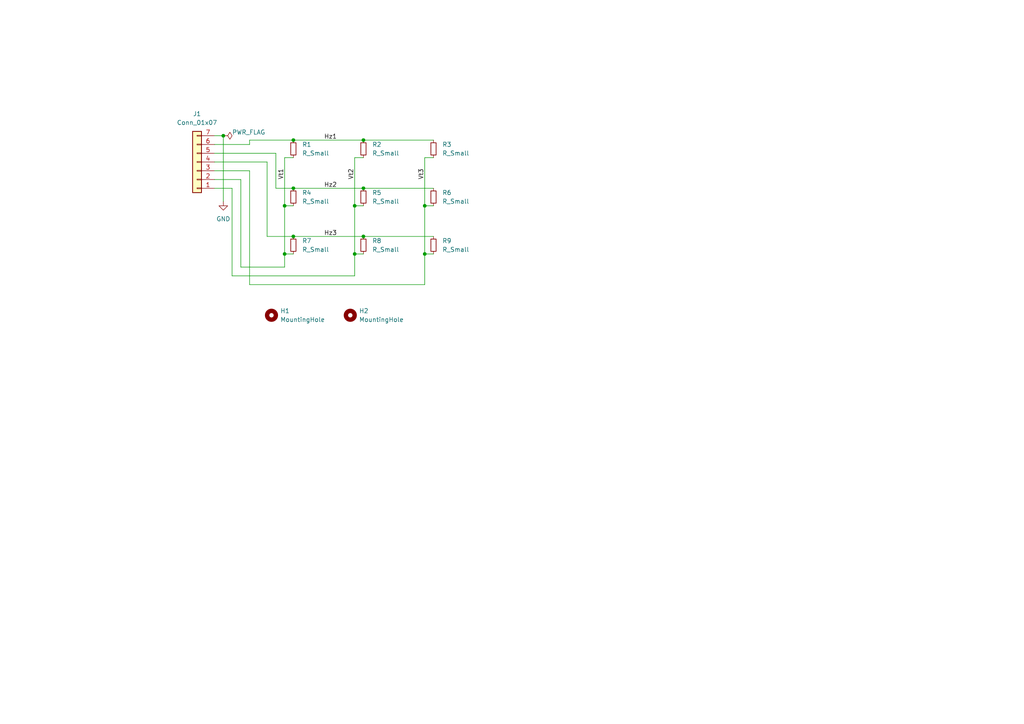
<source format=kicad_sch>
(kicad_sch (version 20231120) (generator "eeschema") (generator_version "8.0")
  (paper "A4")
  (lib_symbols
    (symbol "Connector_Generic:Conn_01x07" (pin_names (offset 1.016) hide)
      (property "Reference" "J" (at 0 10.16 0))
      (property "Value" "Conn_01x07" (at 0 -10.16 0))
      (symbol "Conn_01x07_1_1"
        (rectangle (start -1.27 -7.493) (end 0 -7.747) (stroke (width 0.1524)))
        (rectangle (start -1.27 -4.953) (end 0 -5.207) (stroke (width 0.1524)))
        (rectangle (start -1.27 -2.413) (end 0 -2.667) (stroke (width 0.1524)))
        (rectangle (start -1.27 0.127) (end 0 -0.127) (stroke (width 0.1524)))
        (rectangle (start -1.27 2.667) (end 0 2.413) (stroke (width 0.1524)))
        (rectangle (start -1.27 5.207) (end 0 4.953) (stroke (width 0.1524)))
        (rectangle (start -1.27 7.747) (end 0 7.493) (stroke (width 0.1524)))
        (rectangle (start -1.27 8.89) (end 1.27 -8.89) (stroke (width 0.254)) (fill (type background)))
        (pin passive line (at -5.08 7.62 0) (length 3.81) (name "Pin_1") (number "1"))
        (pin passive line (at -5.08 5.08 0) (length 3.81) (name "Pin_2") (number "2"))
        (pin passive line (at -5.08 2.54 0) (length 3.81) (name "Pin_3") (number "3"))
        (pin passive line (at -5.08 0 0) (length 3.81) (name "Pin_4") (number "4"))
        (pin passive line (at -5.08 -2.54 0) (length 3.81) (name "Pin_5") (number "5"))
        (pin passive line (at -5.08 -5.08 0) (length 3.81) (name "Pin_6") (number "6"))
        (pin passive line (at -5.08 -7.62 0) (length 3.81) (name "Pin_7") (number "7"))
      )
    )
    (symbol "Device:R_Small" (pin_numbers hide) (pin_names (offset 0.254) hide)
      (property "Reference" "R" (at 0.762 0.508 0))
      (property "Value" "R_Small" (at 0.762 -1.016 0))
      (symbol "R_Small_0_1"
        (rectangle (start -0.762 1.778) (end 0.762 -1.778) (stroke (width 0.2032)))
      )
      (symbol "R_Small_1_1"
        (pin passive line (at 0 2.54 270) (length 0.762) (name "~") (number "1"))
        (pin passive line (at 0 -2.54 90) (length 0.762) (name "~") (number "2"))
      )
    )
    (symbol "Mechanical:MountingHole" (pin_names (offset 1.016)) (exclude_from_sim yes) (in_bom no)
      (property "Reference" "H" (at 0 5.08 0))
      (property "Value" "MountingHole" (at 0 3.175 0))
      (symbol "MountingHole_0_1"
        (circle (center 0 0) (radius 1.27) (stroke (width 1.27)))
      )
    )
    (symbol "power:GND" (power) (pin_numbers hide) (pin_names (offset 0) hide)
      (property "Value" "GND" (at 0 -3.81 0))
      (symbol "GND_0_1"
        (polyline (pts (xy 0 0) (xy 0 -1.27) (xy 1.27 -1.27) (xy 0 -2.54) (xy -1.27 -1.27) (xy 0 -1.27)))
      )
      (symbol "GND_1_1"
        (pin power_in line (at 0 0 270) (length 0) (name "~") (number "1"))
      )
    )
    (symbol "power:PWR_FLAG" (power) (pin_numbers hide) (pin_names (offset 0) hide)
      (property "Value" "PWR_FLAG" (at 0 3.81 0))
      (symbol "PWR_FLAG_0_0"
        (pin power_out line (at 0 0 90) (length 0) (name "~") (number "1"))
      )
      (symbol "PWR_FLAG_0_1"
        (polyline (pts (xy 0 0) (xy 0 1.27) (xy -1.016 1.905) (xy 0 2.54) (xy 1.016 1.905) (xy 0 1.27)))
      )
    )
  )
  (junction (at 105.41 54.61))
  (junction (at 85.09 68.58))
  (junction (at 85.09 40.64))
  (junction (at 105.41 68.58))
  (junction (at 105.41 40.64))
  (junction (at 123.19 73.66))
  (junction (at 82.55 73.66))
  (junction (at 123.19 59.69))
  (junction (at 85.09 54.61))
  (junction (at 102.87 59.69))
  (junction (at 64.77 39.37))
  (junction (at 82.55 59.69))
  (junction (at 102.87 73.66))
  (wire (pts (xy 64.77 39.37) (xy 64.77 58.42)))
  (wire (pts (xy 82.55 73.66) (xy 85.09 73.66)))
  (wire (pts (xy 82.55 59.69) (xy 85.09 59.69)))
  (wire (pts (xy 62.23 46.99) (xy 77.47 46.99)))
  (wire (pts (xy 77.47 46.99) (xy 77.47 68.58)))
  (wire (pts (xy 69.85 77.47) (xy 82.55 77.47)))
  (wire (pts (xy 105.41 40.64) (xy 125.73 40.64)))
  (wire (pts (xy 105.41 68.58) (xy 125.73 68.58)))
  (wire (pts (xy 72.39 82.55) (xy 123.19 82.55)))
  (wire (pts (xy 123.19 59.69) (xy 125.73 59.69)))
  (wire (pts (xy 123.19 73.66) (xy 125.73 73.66)))
  (wire (pts (xy 82.55 45.72) (xy 82.55 59.69)))
  (wire (pts (xy 77.47 68.58) (xy 85.09 68.58)))
  (wire (pts (xy 105.41 54.61) (xy 125.73 54.61)))
  (wire (pts (xy 72.39 40.64) (xy 85.09 40.64)))
  (wire (pts (xy 123.19 59.69) (xy 123.19 73.66)))
  (wire (pts (xy 69.85 52.07) (xy 69.85 77.47)))
  (wire (pts (xy 80.01 54.61) (xy 85.09 54.61)))
  (wire (pts (xy 62.23 54.61) (xy 67.31 54.61)))
  (wire (pts (xy 85.09 40.64) (xy 105.41 40.64)))
  (wire (pts (xy 85.09 45.72) (xy 82.55 45.72)))
  (wire (pts (xy 62.23 49.53) (xy 72.39 49.53)))
  (wire (pts (xy 125.73 45.72) (xy 123.19 45.72)))
  (wire (pts (xy 62.23 41.91) (xy 72.39 41.91)))
  (wire (pts (xy 123.19 82.55) (xy 123.19 73.66)))
  (wire (pts (xy 102.87 73.66) (xy 105.41 73.66)))
  (wire (pts (xy 85.09 68.58) (xy 105.41 68.58)))
  (wire (pts (xy 62.23 44.45) (xy 80.01 44.45)))
  (wire (pts (xy 62.23 52.07) (xy 69.85 52.07)))
  (wire (pts (xy 102.87 59.69) (xy 102.87 73.66)))
  (wire (pts (xy 105.41 45.72) (xy 102.87 45.72)))
  (wire (pts (xy 72.39 41.91) (xy 72.39 40.64)))
  (wire (pts (xy 102.87 59.69) (xy 105.41 59.69)))
  (wire (pts (xy 67.31 80.01) (xy 102.87 80.01)))
  (wire (pts (xy 102.87 45.72) (xy 102.87 59.69)))
  (wire (pts (xy 82.55 77.47) (xy 82.55 73.66)))
  (wire (pts (xy 85.09 54.61) (xy 105.41 54.61)))
  (wire (pts (xy 123.19 45.72) (xy 123.19 59.69)))
  (wire (pts (xy 72.39 49.53) (xy 72.39 82.55)))
  (wire (pts (xy 82.55 59.69) (xy 82.55 73.66)))
  (wire (pts (xy 67.31 54.61) (xy 67.31 80.01)))
  (wire (pts (xy 62.23 39.37) (xy 64.77 39.37)))
  (wire (pts (xy 102.87 80.01) (xy 102.87 73.66)))
  (wire (pts (xy 80.01 44.45) (xy 80.01 54.61)))
  (label "Hz1" (at 93.98 40.64 0))
  (label "Hz2" (at 93.98 54.61 0))
  (label "Vt2" (at 102.87 52.07 90))
  (label "Hz3" (at 93.98 68.58 0))
  (label "Vt1" (at 82.55 52.07 90))
  (label "Vt3" (at 123.19 52.07 90))
  (symbol (lib_id "Connector_Generic:Conn_01x07") (at 57.15 46.99 180) (unit 1)
    (property "Reference" "J1" (at 57.15 33.02 0))
    (property "Value" "Conn_01x07" (at 57.15 35.56 0))
    (property "Footprint" "Connector_PinHeader_2.54mm:PinHeader_1x07_P2.54mm_Vertical" (effects (hide yes)))
    (property "Description" "Generic connector, single row, 01x07, script generated (kicad-library-utils/schlib/autogen/connector/)" (effects (hide yes)))
  )
  (symbol (lib_id "Mechanical:MountingHole") (at 101.6 91.44 0) (unit 1) (exclude_from_sim yes) (in_bom no)
    (property "Reference" "H2" (at 104.14 90.1699 0) (effects (justify left)))
    (property "Value" "MountingHole" (at 104.14 92.7099 0) (effects (justify left)))
    (property "Footprint" "MountingHole:MountingHole_3mm" (effects (hide yes)))
    (property "Description" "Mounting Hole without connection" (effects (hide yes)))
  )
  (symbol (lib_id "Device:R_Small") (at 85.09 57.15 0) (unit 1)
    (property "Reference" "R4" (at 87.63 55.8799 0) (effects (justify left)))
    (property "Value" "R_Small" (at 87.63 58.4199 0) (effects (justify left)))
    (property "Footprint" "Resistor_SMD:R_1206_3216Metric_Pad1.30x1.75mm_HandSolder" (effects (hide yes)))
    (property "Description" "Resistor, small symbol" (effects (hide yes)))
  )
  (symbol (lib_id "Device:R_Small") (at 85.09 43.18 0) (unit 1)
    (property "Reference" "R1" (at 87.63 41.9099 0) (effects (justify left)))
    (property "Value" "R_Small" (at 87.63 44.4499 0) (effects (justify left)))
    (property "Footprint" "Resistor_SMD:R_1206_3216Metric_Pad1.30x1.75mm_HandSolder" (effects (hide yes)))
    (property "Description" "Resistor, small symbol" (effects (hide yes)))
  )
  (symbol (lib_id "power:PWR_FLAG") (at 64.77 39.37 270) (unit 1)
    (property "Reference" "#FLG01" (effects (hide yes)))
    (property "Value" "PWR_FLAG" (at 67.31 38.354 90) (effects (justify left)))
    (property "Description" "Special symbol for telling ERC where power comes from" (effects (hide yes)))
  )
  (symbol (lib_id "Device:R_Small") (at 105.41 43.18 0) (unit 1)
    (property "Reference" "R2" (at 107.95 41.9099 0) (effects (justify left)))
    (property "Value" "R_Small" (at 107.95 44.4499 0) (effects (justify left)))
    (property "Footprint" "Resistor_SMD:R_1206_3216Metric_Pad1.30x1.75mm_HandSolder" (effects (hide yes)))
    (property "Description" "Resistor, small symbol" (effects (hide yes)))
  )
  (symbol (lib_id "Device:R_Small") (at 105.41 71.12 0) (unit 1)
    (property "Reference" "R8" (at 107.95 69.8499 0) (effects (justify left)))
    (property "Value" "R_Small" (at 107.95 72.3899 0) (effects (justify left)))
    (property "Footprint" "Resistor_SMD:R_1206_3216Metric_Pad1.30x1.75mm_HandSolder" (effects (hide yes)))
    (property "Description" "Resistor, small symbol" (effects (hide yes)))
  )
  (symbol (lib_id "Device:R_Small") (at 85.09 71.12 0) (unit 1)
    (property "Reference" "R7" (at 87.63 69.8499 0) (effects (justify left)))
    (property "Value" "R_Small" (at 87.63 72.3899 0) (effects (justify left)))
    (property "Footprint" "Resistor_SMD:R_1206_3216Metric_Pad1.30x1.75mm_HandSolder" (effects (hide yes)))
    (property "Description" "Resistor, small symbol" (effects (hide yes)))
  )
  (symbol (lib_id "Device:R_Small") (at 125.73 43.18 0) (unit 1)
    (property "Reference" "R3" (at 128.27 41.9099 0) (effects (justify left)))
    (property "Value" "R_Small" (at 128.27 44.4499 0) (effects (justify left)))
    (property "Footprint" "Resistor_SMD:R_1206_3216Metric_Pad1.30x1.75mm_HandSolder" (effects (hide yes)))
    (property "Description" "Resistor, small symbol" (effects (hide yes)))
  )
  (symbol (lib_id "power:GND") (at 64.77 58.42 0) (unit 1)
    (property "Reference" "#PWR01" (effects (hide yes)))
    (property "Value" "GND" (at 64.77 63.5 0))
    (property "Description" "Power symbol creates a global label with name \"GND\" , ground" (effects (hide yes)))
  )
  (symbol (lib_id "Device:R_Small") (at 105.41 57.15 0) (unit 1)
    (property "Reference" "R5" (at 107.95 55.8799 0) (effects (justify left)))
    (property "Value" "R_Small" (at 107.95 58.4199 0) (effects (justify left)))
    (property "Footprint" "Resistor_SMD:R_1206_3216Metric_Pad1.30x1.75mm_HandSolder" (effects (hide yes)))
    (property "Description" "Resistor, small symbol" (effects (hide yes)))
  )
  (symbol (lib_id "Mechanical:MountingHole") (at 78.74 91.44 0) (unit 1) (exclude_from_sim yes) (in_bom no)
    (property "Reference" "H1" (at 81.28 90.1699 0) (effects (justify left)))
    (property "Value" "MountingHole" (at 81.28 92.7099 0) (effects (justify left)))
    (property "Footprint" "MountingHole:MountingHole_3mm" (effects (hide yes)))
    (property "Description" "Mounting Hole without connection" (effects (hide yes)))
  )
  (symbol (lib_id "Device:R_Small") (at 125.73 57.15 0) (unit 1)
    (property "Reference" "R6" (at 128.27 55.8799 0) (effects (justify left)))
    (property "Value" "R_Small" (at 128.27 58.4199 0) (effects (justify left)))
    (property "Footprint" "Resistor_SMD:R_1206_3216Metric_Pad1.30x1.75mm_HandSolder" (effects (hide yes)))
    (property "Description" "Resistor, small symbol" (effects (hide yes)))
  )
  (symbol (lib_id "Device:R_Small") (at 125.73 71.12 0) (unit 1)
    (property "Reference" "R9" (at 128.27 69.8499 0) (effects (justify left)))
    (property "Value" "R_Small" (at 128.27 72.3899 0) (effects (justify left)))
    (property "Footprint" "Resistor_SMD:R_1206_3216Metric_Pad1.30x1.75mm_HandSolder" (effects (hide yes)))
    (property "Description" "Resistor, small symbol" (effects (hide yes)))
  )
)
</source>
